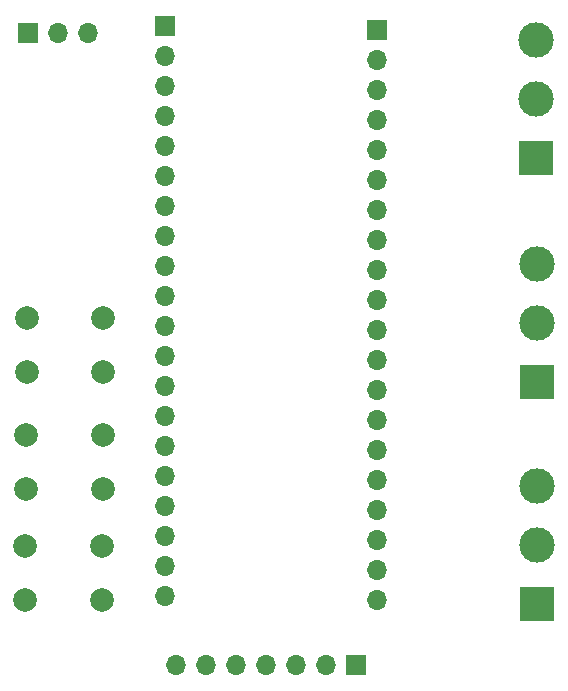
<source format=gbs>
G04 #@! TF.GenerationSoftware,KiCad,Pcbnew,7.0.6*
G04 #@! TF.CreationDate,2024-04-12T16:48:44+03:00*
G04 #@! TF.ProjectId,ecu-emulator,6563752d-656d-4756-9c61-746f722e6b69,rev?*
G04 #@! TF.SameCoordinates,Original*
G04 #@! TF.FileFunction,Soldermask,Bot*
G04 #@! TF.FilePolarity,Negative*
%FSLAX46Y46*%
G04 Gerber Fmt 4.6, Leading zero omitted, Abs format (unit mm)*
G04 Created by KiCad (PCBNEW 7.0.6) date 2024-04-12 16:48:44*
%MOMM*%
%LPD*%
G01*
G04 APERTURE LIST*
%ADD10R,3.000000X3.000000*%
%ADD11C,3.000000*%
%ADD12C,2.000000*%
%ADD13R,1.700000X1.700000*%
%ADD14O,1.700000X1.700000*%
G04 APERTURE END LIST*
D10*
X154450000Y-101900000D03*
D11*
X154450000Y-96900000D03*
X154450000Y-91900000D03*
D12*
X111150000Y-97000000D03*
X117650000Y-97000000D03*
X111150000Y-101500000D03*
X117650000Y-101500000D03*
X111250000Y-77700000D03*
X117750000Y-77700000D03*
X111250000Y-82200000D03*
X117750000Y-82200000D03*
D10*
X154400000Y-64150000D03*
D11*
X154400000Y-59150000D03*
X154400000Y-54150000D03*
D13*
X139160000Y-107000000D03*
D14*
X136620000Y-107000000D03*
X134080000Y-107000000D03*
X131540000Y-107000000D03*
X129000000Y-107000000D03*
X126460000Y-107000000D03*
X123920000Y-107000000D03*
D10*
X154450000Y-83100000D03*
D11*
X154450000Y-78100000D03*
X154450000Y-73100000D03*
D13*
X123000000Y-52980000D03*
D14*
X123000000Y-55520000D03*
X123000000Y-58060000D03*
X123000000Y-60600000D03*
X123000000Y-63140000D03*
X123000000Y-65680000D03*
X123000000Y-68220000D03*
X123000000Y-70760000D03*
X123000000Y-73300000D03*
X123000000Y-75840000D03*
X123000000Y-78380000D03*
X123000000Y-80920000D03*
X123000000Y-83460000D03*
X123000000Y-86000000D03*
X123000000Y-88540000D03*
X123000000Y-91080000D03*
X123000000Y-93620000D03*
X123000000Y-96160000D03*
X123000000Y-98700000D03*
X123000000Y-101240000D03*
D13*
X140900000Y-53280000D03*
D14*
X140900000Y-55820000D03*
X140900000Y-58360000D03*
X140900000Y-60900000D03*
X140900000Y-63440000D03*
X140900000Y-65980000D03*
X140900000Y-68520000D03*
X140900000Y-71060000D03*
X140900000Y-73600000D03*
X140900000Y-76140000D03*
X140900000Y-78680000D03*
X140900000Y-81220000D03*
X140900000Y-83760000D03*
X140900000Y-86300000D03*
X140900000Y-88840000D03*
X140900000Y-91380000D03*
X140900000Y-93920000D03*
X140900000Y-96460000D03*
X140900000Y-99000000D03*
X140900000Y-101540000D03*
D13*
X111360000Y-53500000D03*
D14*
X113900000Y-53500000D03*
X116440000Y-53500000D03*
D12*
X111200000Y-87600000D03*
X117700000Y-87600000D03*
X111200000Y-92100000D03*
X117700000Y-92100000D03*
M02*

</source>
